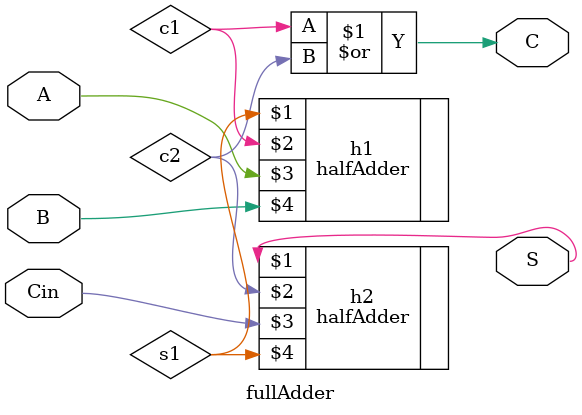
<source format=v>
module fullAdder(S, C, A, B, Cin);
input A, B, Cin;
output S, C;

wire s1, c1, c2;

halfAdder h1(s1, c1, A, B);
halfAdder h2(S, c2, Cin, s1);
or r1(C, c1, c2);

endmodule

</source>
